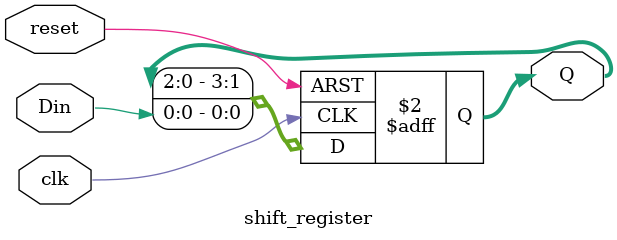
<source format=v>
module shift_register(input clk, input reset, input [3:0] Din, output reg [3:0] Q);
    always @(posedge clk or posedge reset) begin
        if (reset)
            Q <= 4'b0000;
        else
            Q <= {Q[2:0], Din[0]};  // Shift left and input Din[0]
    end
endmodule

</source>
